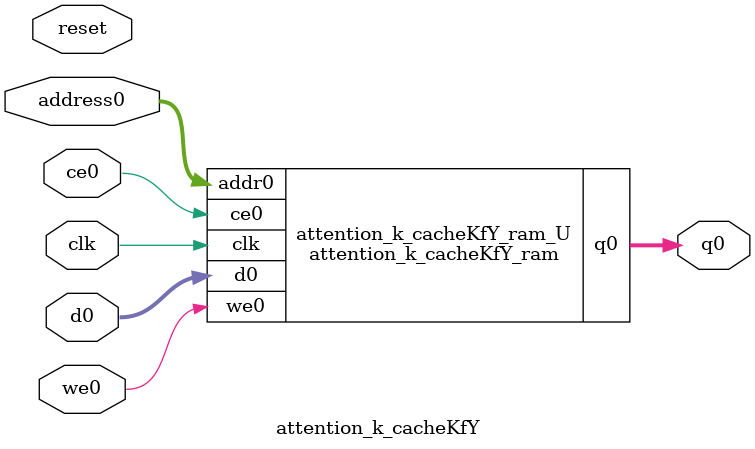
<source format=v>
`timescale 1 ns / 1 ps
module attention_k_cacheKfY_ram (addr0, ce0, d0, we0, q0,  clk);

parameter DWIDTH = 38;
parameter AWIDTH = 8;
parameter MEM_SIZE = 144;

input[AWIDTH-1:0] addr0;
input ce0;
input[DWIDTH-1:0] d0;
input we0;
output reg[DWIDTH-1:0] q0;
input clk;

(* ram_style = "block" *)reg [DWIDTH-1:0] ram[0:MEM_SIZE-1];




always @(posedge clk)  
begin 
    if (ce0) begin
        if (we0) 
            ram[addr0] <= d0; 
        q0 <= ram[addr0];
    end
end


endmodule

`timescale 1 ns / 1 ps
module attention_k_cacheKfY(
    reset,
    clk,
    address0,
    ce0,
    we0,
    d0,
    q0);

parameter DataWidth = 32'd38;
parameter AddressRange = 32'd144;
parameter AddressWidth = 32'd8;
input reset;
input clk;
input[AddressWidth - 1:0] address0;
input ce0;
input we0;
input[DataWidth - 1:0] d0;
output[DataWidth - 1:0] q0;



attention_k_cacheKfY_ram attention_k_cacheKfY_ram_U(
    .clk( clk ),
    .addr0( address0 ),
    .ce0( ce0 ),
    .we0( we0 ),
    .d0( d0 ),
    .q0( q0 ));

endmodule


</source>
